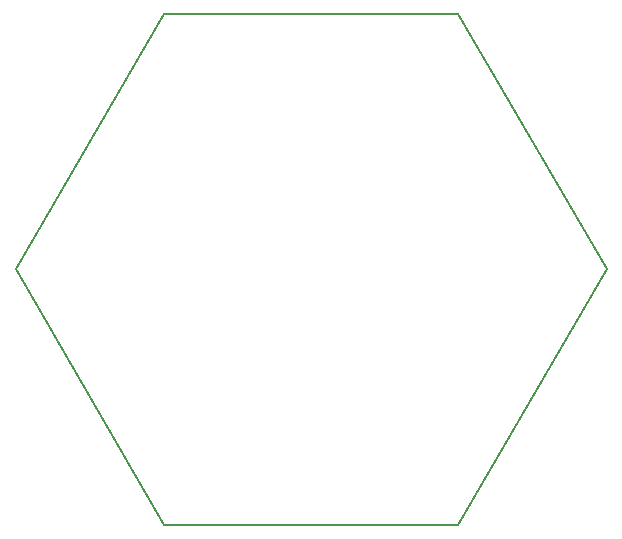
<source format=gm1>
G04 #@! TF.FileFunction,Profile,NP*
%FSLAX46Y46*%
G04 Gerber Fmt 4.6, Leading zero omitted, Abs format (unit mm)*
G04 Created by KiCad (PCBNEW 4.0.7) date 05/02/18 12:51:34*
%MOMM*%
%LPD*%
G01*
G04 APERTURE LIST*
%ADD10C,0.100000*%
%ADD11C,0.150000*%
G04 APERTURE END LIST*
D10*
D11*
X80899000Y-139700000D02*
X93472000Y-118110000D01*
X93472000Y-161417000D02*
X80899000Y-139700000D01*
X130937000Y-139700000D02*
X118364000Y-161417000D01*
X118364000Y-118110000D02*
X130937000Y-139700000D01*
X93472000Y-118110000D02*
X118364000Y-118110000D01*
X93472000Y-161417000D02*
X118364000Y-161417000D01*
M02*

</source>
